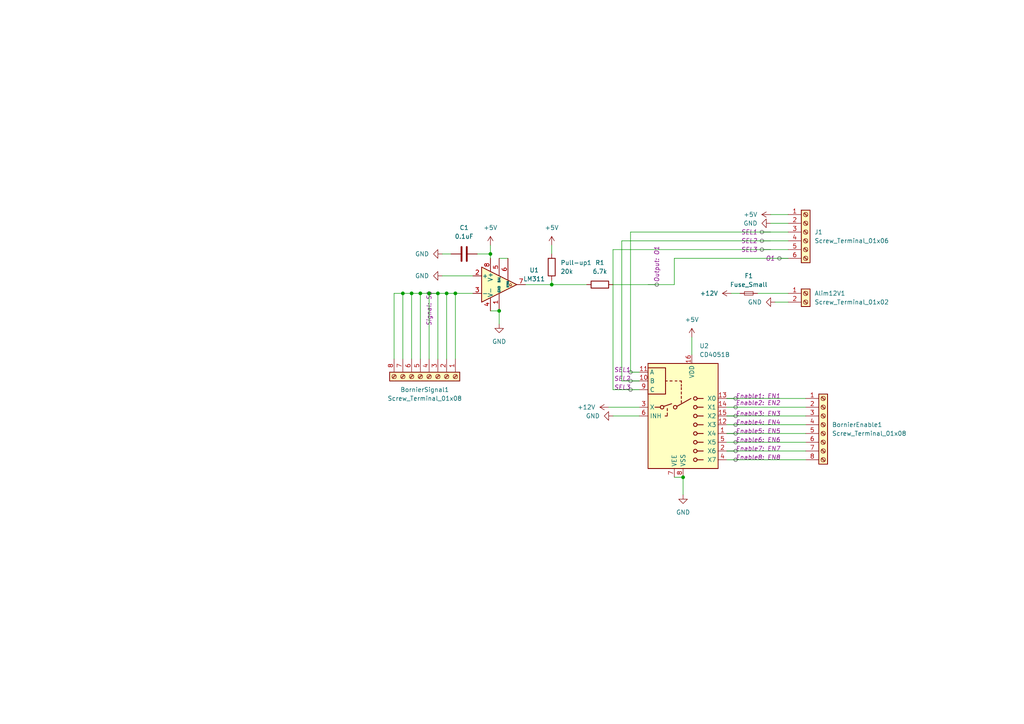
<source format=kicad_sch>
(kicad_sch (version 20230121) (generator eeschema)
  (paper "A4")
  (lib_symbols
    (symbol "Analog_Switch:CD4051B"
      (property "Reference" "U" (at -10.16 16.51 0))
      (property "Value" "CD4051B" (at 3.81 16.51 0))
      (symbol "CD4051B_0_1"
        (rectangle (start -10.16 6.35) (end -5.08 13.97) (stroke (width 0.254)))
        (rectangle (start -10.16 15.24) (end 10.16 -15.24) (stroke (width 0.254)) (fill (type background)))
        (circle (center -6.096 2.54) (radius 0.508) (stroke (width 0.254)))
        (circle (center -2.286 2.54) (radius 0.508) (stroke (width 0.254)))
        (polyline (pts (xy -8.128 2.54) (xy -6.604 2.54)) (stroke (width 0.254)))
        (polyline (pts (xy -5.588 2.794) (xy -3.302 3.556)) (stroke (width 0.254)))
        (polyline (pts (xy -4.572 0) (xy -5.207 0)) (stroke (width 0.254)))
        (polyline (pts (xy -4.572 0.254) (xy -4.572 0.889)) (stroke (width 0.254)))
        (polyline (pts (xy -4.572 1.524) (xy -4.572 2.159)) (stroke (width 0.254)))
        (polyline (pts (xy -4.572 10.16) (xy -5.08 10.16)) (stroke (width 0.254)))
        (polyline (pts (xy -3.81 10.16) (xy -3.175 10.16)) (stroke (width 0.254)))
        (polyline (pts (xy -1.778 2.794) (xy 2.286 5.08)) (stroke (width 0.254)))
        (polyline (pts (xy -1.778 10.16) (xy -2.286 10.16)) (stroke (width 0.254)))
        (polyline (pts (xy -0.508 3.81) (xy -0.508 4.445)) (stroke (width 0.254)))
        (polyline (pts (xy -0.508 5.08) (xy -0.508 5.715)) (stroke (width 0.254)))
        (polyline (pts (xy -0.508 6.35) (xy -0.508 6.985)) (stroke (width 0.254)))
        (polyline (pts (xy -0.508 7.62) (xy -0.508 8.255)) (stroke (width 0.254)))
        (polyline (pts (xy -0.508 8.636) (xy -0.508 9.144)) (stroke (width 0.254)))
        (polyline (pts (xy -0.508 9.652) (xy -0.508 10.16)) (stroke (width 0.254)))
        (polyline (pts (xy -0.508 10.16) (xy -1.016 10.16)) (stroke (width 0.254)))
        (polyline (pts (xy 4.064 -12.7) (xy 5.842 -12.7)) (stroke (width 0.254)))
        (polyline (pts (xy 4.064 -10.16) (xy 5.842 -10.16)) (stroke (width 0.254)))
        (polyline (pts (xy 4.064 -7.62) (xy 5.842 -7.62)) (stroke (width 0.254)))
        (polyline (pts (xy 4.064 -5.08) (xy 5.842 -5.08)) (stroke (width 0.254)))
        (polyline (pts (xy 4.064 -2.54) (xy 5.842 -2.54)) (stroke (width 0.254)))
        (polyline (pts (xy 4.064 0) (xy 5.842 0)) (stroke (width 0.254)))
        (polyline (pts (xy 4.064 2.54) (xy 5.842 2.54)) (stroke (width 0.254)))
        (polyline (pts (xy 4.064 5.08) (xy 5.842 5.08)) (stroke (width 0.254)))
        (circle (center 3.556 -12.7) (radius 0.508) (stroke (width 0.254)))
        (circle (center 3.556 -10.16) (radius 0.508) (stroke (width 0.254)))
        (circle (center 3.556 -7.62) (radius 0.508) (stroke (width 0.254)))
        (circle (center 3.556 -5.08) (radius 0.508) (stroke (width 0.254)))
        (circle (center 3.556 -2.54) (radius 0.508) (stroke (width 0.254)))
        (circle (center 3.556 0) (radius 0.508) (stroke (width 0.254)))
        (circle (center 3.556 2.54) (radius 0.508) (stroke (width 0.254)))
        (circle (center 3.556 5.08) (radius 0.508) (stroke (width 0.254)))
      )
      (symbol "CD4051B_1_1"
        (pin bidirectional line (at 12.7 -5.08 180) (length 2.54) (name "X4") (number "1"))
        (pin input line (at -12.7 10.16 0) (length 2.54) (name "B") (number "10"))
        (pin input line (at -12.7 12.7 0) (length 2.54) (name "A") (number "11"))
        (pin bidirectional line (at 12.7 -2.54 180) (length 2.54) (name "X3") (number "12"))
        (pin bidirectional line (at 12.7 5.08 180) (length 2.54) (name "X0") (number "13"))
        (pin bidirectional line (at 12.7 2.54 180) (length 2.54) (name "X1") (number "14"))
        (pin bidirectional line (at 12.7 0 180) (length 2.54) (name "X2") (number "15"))
        (pin power_in line (at 2.54 17.78 270) (length 2.54) (name "VDD") (number "16"))
        (pin bidirectional line (at 12.7 -10.16 180) (length 2.54) (name "X6") (number "2"))
        (pin bidirectional line (at -12.7 2.54 0) (length 2.54) (name "X") (number "3"))
        (pin bidirectional line (at 12.7 -12.7 180) (length 2.54) (name "X7") (number "4"))
        (pin bidirectional line (at 12.7 -7.62 180) (length 2.54) (name "X5") (number "5"))
        (pin input line (at -12.7 0 0) (length 2.54) (name "INH") (number "6"))
        (pin power_in line (at -2.54 -17.78 90) (length 2.54) (name "VEE") (number "7"))
        (pin power_in line (at 0 -17.78 90) (length 2.54) (name "VSS") (number "8"))
        (pin input line (at -12.7 7.62 0) (length 2.54) (name "C") (number "9"))
      )
    )
    (symbol "Comparator:LM311" (pin_names (offset 0.127))
      (property "Reference" "U" (at 3.81 6.35 0))
      (property "Value" "LM311" (at 3.81 3.81 0))
      (symbol "LM311_0_1"
        (polyline (pts (xy 5.08 0) (xy -5.08 5.08) (xy -5.08 -5.08) (xy 5.08 0)) (stroke (width 0.254)) (fill (type background)))
        (polyline (pts (xy 3.683 -0.381) (xy 3.302 -0.381) (xy 3.683 0) (xy 3.302 0.381) (xy 2.921 0) (xy 3.302 -0.381) (xy 2.921 -0.381)) (stroke (width 0.127)))
      )
      (symbol "LM311_1_1"
        (pin passive line (at 0 -7.62 90) (length 5.08) (name "GND") (number "1"))
        (pin input line (at -7.62 2.54 0) (length 2.54) (name "+") (number "2"))
        (pin input line (at -7.62 -2.54 0) (length 2.54) (name "-") (number "3"))
        (pin power_in line (at -2.54 -7.62 90) (length 3.81) (name "V-") (number "4"))
        (pin input line (at 0 7.62 270) (length 5.08) (name "BAL") (number "5"))
        (pin input line (at 2.54 7.62 270) (length 6.35) (name "STRB") (number "6"))
        (pin open_collector line (at 7.62 0 180) (length 2.54) (name "~") (number "7"))
        (pin power_in line (at -2.54 7.62 270) (length 3.81) (name "V+") (number "8"))
      )
    )
    (symbol "Connector:Screw_Terminal_01x02" (pin_names (offset 1.016) hide)
      (property "Reference" "J" (at 0 2.54 0))
      (property "Value" "Screw_Terminal_01x02" (at 0 -5.08 0))
      (symbol "Screw_Terminal_01x02_1_1"
        (rectangle (start -1.27 1.27) (end 1.27 -3.81) (stroke (width 0.254)) (fill (type background)))
        (circle (center 0 -2.54) (radius 0.635) (stroke (width 0.1524)))
        (polyline (pts (xy -0.5334 -2.2098) (xy 0.3302 -3.048)) (stroke (width 0.1524)))
        (polyline (pts (xy -0.5334 0.3302) (xy 0.3302 -0.508)) (stroke (width 0.1524)))
        (polyline (pts (xy -0.3556 -2.032) (xy 0.508 -2.8702)) (stroke (width 0.1524)))
        (polyline (pts (xy -0.3556 0.508) (xy 0.508 -0.3302)) (stroke (width 0.1524)))
        (circle (center 0 0) (radius 0.635) (stroke (width 0.1524)))
        (pin passive line (at -5.08 0 0) (length 3.81) (name "Pin_1") (number "1"))
        (pin passive line (at -5.08 -2.54 0) (length 3.81) (name "Pin_2") (number "2"))
      )
    )
    (symbol "Connector:Screw_Terminal_01x06" (pin_names (offset 1.016) hide)
      (property "Reference" "J" (at 0 7.62 0))
      (property "Value" "Screw_Terminal_01x06" (at 0 -10.16 0))
      (symbol "Screw_Terminal_01x06_1_1"
        (rectangle (start -1.27 6.35) (end 1.27 -8.89) (stroke (width 0.254)) (fill (type background)))
        (circle (center 0 -7.62) (radius 0.635) (stroke (width 0.1524)))
        (circle (center 0 -5.08) (radius 0.635) (stroke (width 0.1524)))
        (circle (center 0 -2.54) (radius 0.635) (stroke (width 0.1524)))
        (polyline (pts (xy -0.5334 -7.2898) (xy 0.3302 -8.128)) (stroke (width 0.1524)))
        (polyline (pts (xy -0.5334 -4.7498) (xy 0.3302 -5.588)) (stroke (width 0.1524)))
        (polyline (pts (xy -0.5334 -2.2098) (xy 0.3302 -3.048)) (stroke (width 0.1524)))
        (polyline (pts (xy -0.5334 0.3302) (xy 0.3302 -0.508)) (stroke (width 0.1524)))
        (polyline (pts (xy -0.5334 2.8702) (xy 0.3302 2.032)) (stroke (width 0.1524)))
        (polyline (pts (xy -0.5334 5.4102) (xy 0.3302 4.572)) (stroke (width 0.1524)))
        (polyline (pts (xy -0.3556 -7.112) (xy 0.508 -7.9502)) (stroke (width 0.1524)))
        (polyline (pts (xy -0.3556 -4.572) (xy 0.508 -5.4102)) (stroke (width 0.1524)))
        (polyline (pts (xy -0.3556 -2.032) (xy 0.508 -2.8702)) (stroke (width 0.1524)))
        (polyline (pts (xy -0.3556 0.508) (xy 0.508 -0.3302)) (stroke (width 0.1524)))
        (polyline (pts (xy -0.3556 3.048) (xy 0.508 2.2098)) (stroke (width 0.1524)))
        (polyline (pts (xy -0.3556 5.588) (xy 0.508 4.7498)) (stroke (width 0.1524)))
        (circle (center 0 0) (radius 0.635) (stroke (width 0.1524)))
        (circle (center 0 2.54) (radius 0.635) (stroke (width 0.1524)))
        (circle (center 0 5.08) (radius 0.635) (stroke (width 0.1524)))
        (pin passive line (at -5.08 5.08 0) (length 3.81) (name "Pin_1") (number "1"))
        (pin passive line (at -5.08 2.54 0) (length 3.81) (name "Pin_2") (number "2"))
        (pin passive line (at -5.08 0 0) (length 3.81) (name "Pin_3") (number "3"))
        (pin passive line (at -5.08 -2.54 0) (length 3.81) (name "Pin_4") (number "4"))
        (pin passive line (at -5.08 -5.08 0) (length 3.81) (name "Pin_5") (number "5"))
        (pin passive line (at -5.08 -7.62 0) (length 3.81) (name "Pin_6") (number "6"))
      )
    )
    (symbol "Connector:Screw_Terminal_01x08" (pin_names (offset 1.016) hide)
      (property "Reference" "J" (at 0 10.16 0))
      (property "Value" "Screw_Terminal_01x08" (at 0 -12.7 0))
      (symbol "Screw_Terminal_01x08_1_1"
        (rectangle (start -1.27 8.89) (end 1.27 -11.43) (stroke (width 0.254)) (fill (type background)))
        (circle (center 0 -10.16) (radius 0.635) (stroke (width 0.1524)))
        (circle (center 0 -7.62) (radius 0.635) (stroke (width 0.1524)))
        (circle (center 0 -5.08) (radius 0.635) (stroke (width 0.1524)))
        (circle (center 0 -2.54) (radius 0.635) (stroke (width 0.1524)))
        (polyline (pts (xy -0.5334 -9.8298) (xy 0.3302 -10.668)) (stroke (width 0.1524)))
        (polyline (pts (xy -0.5334 -7.2898) (xy 0.3302 -8.128)) (stroke (width 0.1524)))
        (polyline (pts (xy -0.5334 -4.7498) (xy 0.3302 -5.588)) (stroke (width 0.1524)))
        (polyline (pts (xy -0.5334 -2.2098) (xy 0.3302 -3.048)) (stroke (width 0.1524)))
        (polyline (pts (xy -0.5334 0.3302) (xy 0.3302 -0.508)) (stroke (width 0.1524)))
        (polyline (pts (xy -0.5334 2.8702) (xy 0.3302 2.032)) (stroke (width 0.1524)))
        (polyline (pts (xy -0.5334 5.4102) (xy 0.3302 4.572)) (stroke (width 0.1524)))
        (polyline (pts (xy -0.5334 7.9502) (xy 0.3302 7.112)) (stroke (width 0.1524)))
        (polyline (pts (xy -0.3556 -9.652) (xy 0.508 -10.4902)) (stroke (width 0.1524)))
        (polyline (pts (xy -0.3556 -7.112) (xy 0.508 -7.9502)) (stroke (width 0.1524)))
        (polyline (pts (xy -0.3556 -4.572) (xy 0.508 -5.4102)) (stroke (width 0.1524)))
        (polyline (pts (xy -0.3556 -2.032) (xy 0.508 -2.8702)) (stroke (width 0.1524)))
        (polyline (pts (xy -0.3556 0.508) (xy 0.508 -0.3302)) (stroke (width 0.1524)))
        (polyline (pts (xy -0.3556 3.048) (xy 0.508 2.2098)) (stroke (width 0.1524)))
        (polyline (pts (xy -0.3556 5.588) (xy 0.508 4.7498)) (stroke (width 0.1524)))
        (polyline (pts (xy -0.3556 8.128) (xy 0.508 7.2898)) (stroke (width 0.1524)))
        (circle (center 0 0) (radius 0.635) (stroke (width 0.1524)))
        (circle (center 0 2.54) (radius 0.635) (stroke (width 0.1524)))
        (circle (center 0 5.08) (radius 0.635) (stroke (width 0.1524)))
        (circle (center 0 7.62) (radius 0.635) (stroke (width 0.1524)))
        (pin passive line (at -5.08 7.62 0) (length 3.81) (name "Pin_1") (number "1"))
        (pin passive line (at -5.08 5.08 0) (length 3.81) (name "Pin_2") (number "2"))
        (pin passive line (at -5.08 2.54 0) (length 3.81) (name "Pin_3") (number "3"))
        (pin passive line (at -5.08 0 0) (length 3.81) (name "Pin_4") (number "4"))
        (pin passive line (at -5.08 -2.54 0) (length 3.81) (name "Pin_5") (number "5"))
        (pin passive line (at -5.08 -5.08 0) (length 3.81) (name "Pin_6") (number "6"))
        (pin passive line (at -5.08 -7.62 0) (length 3.81) (name "Pin_7") (number "7"))
        (pin passive line (at -5.08 -10.16 0) (length 3.81) (name "Pin_8") (number "8"))
      )
    )
    (symbol "Device:C" (pin_numbers hide) (pin_names (offset 0.254))
      (property "Reference" "C" (at 0.635 2.54 0))
      (property "Value" "C" (at 0.635 -2.54 0))
      (symbol "C_0_1"
        (polyline (pts (xy -2.032 -0.762) (xy 2.032 -0.762)) (stroke (width 0.508)))
        (polyline (pts (xy -2.032 0.762) (xy 2.032 0.762)) (stroke (width 0.508)))
      )
      (symbol "C_1_1"
        (pin passive line (at 0 3.81 270) (length 2.794) (name "~") (number "1"))
        (pin passive line (at 0 -3.81 90) (length 2.794) (name "~") (number "2"))
      )
    )
    (symbol "Device:Fuse_Small" (pin_numbers hide) (pin_names (offset 0.254) hide)
      (property "Reference" "F" (at 0 -1.524 0))
      (property "Value" "Fuse_Small" (at 0 1.524 0))
      (symbol "Fuse_Small_0_1"
        (rectangle (start -1.27 0.508) (end 1.27 -0.508))
        (polyline (pts (xy -1.27 0) (xy 1.27 0)))
      )
      (symbol "Fuse_Small_1_1"
        (pin passive line (at -2.54 0 0) (length 1.27) (name "~") (number "1"))
        (pin passive line (at 2.54 0 180) (length 1.27) (name "~") (number "2"))
      )
    )
    (symbol "Device:R" (pin_numbers hide) (pin_names (offset 0))
      (property "Reference" "R" (at 2.032 0 90))
      (property "Value" "R" (at 0 0 90))
      (symbol "R_0_1"
        (rectangle (start -1.016 -2.54) (end 1.016 2.54) (stroke (width 0.254)))
      )
      (symbol "R_1_1"
        (pin passive line (at 0 3.81 270) (length 1.27) (name "~") (number "1"))
        (pin passive line (at 0 -3.81 90) (length 1.27) (name "~") (number "2"))
      )
    )
    (symbol "power:+12V" (power) (pin_names (offset 0))
      (property "Value" "+12V" (at 0 3.556 0))
      (symbol "+12V_0_1"
        (polyline (pts (xy -0.762 1.27) (xy 0 2.54)))
        (polyline (pts (xy 0 0) (xy 0 2.54)))
        (polyline (pts (xy 0 2.54) (xy 0.762 1.27)))
      )
      (symbol "+12V_1_1"
        (pin power_in line (at 0 0 90) (length 0) hide (name "+12V") (number "1"))
      )
    )
    (symbol "power:+5V" (power) (pin_names (offset 0))
      (property "Value" "+5V" (at 0 3.556 0))
      (symbol "+5V_0_1"
        (polyline (pts (xy -0.762 1.27) (xy 0 2.54)))
        (polyline (pts (xy 0 0) (xy 0 2.54)))
        (polyline (pts (xy 0 2.54) (xy 0.762 1.27)))
      )
      (symbol "+5V_1_1"
        (pin power_in line (at 0 0 90) (length 0) hide (name "+5V") (number "1"))
      )
    )
    (symbol "power:GND" (power) (pin_names (offset 0))
      (property "Value" "GND" (at 0 -3.81 0))
      (symbol "GND_0_1"
        (polyline (pts (xy 0 0) (xy 0 -1.27) (xy 1.27 -1.27) (xy 0 -2.54) (xy -1.27 -1.27) (xy 0 -1.27)))
      )
      (symbol "GND_1_1"
        (pin power_in line (at 0 0 270) (length 0) hide (name "GND") (number "1"))
      )
    )
  )
  (junction (at 119.38 85.09))
  (junction (at 198.12 138.43))
  (junction (at 127 85.09))
  (junction (at 121.92 85.09))
  (junction (at 129.54 85.09))
  (junction (at 116.84 85.09))
  (junction (at 142.24 73.66))
  (junction (at 124.46 85.09))
  (junction (at 160.02 82.55))
  (junction (at 144.78 90.17))
  (junction (at 132.08 85.09))
  (wire (pts (xy 124.46 85.09) (xy 127 85.09)))
  (wire (pts (xy 212.09 85.09) (xy 214.63 85.09)))
  (wire (pts (xy 124.46 85.09) (xy 124.46 104.14)))
  (wire (pts (xy 182.88 67.31) (xy 182.88 107.95)))
  (wire (pts (xy 129.54 85.09) (xy 129.54 104.14)))
  (wire (pts (xy 177.8 82.55) (xy 195.58 82.55)))
  (wire (pts (xy 114.3 104.14) (xy 114.3 85.09)))
  (wire (pts (xy 160.02 81.28) (xy 160.02 82.55)))
  (wire (pts (xy 224.79 87.63) (xy 228.6 87.63)))
  (wire (pts (xy 142.24 73.66) (xy 142.24 74.93)))
  (wire (pts (xy 210.82 123.19) (xy 233.68 123.19)))
  (wire (pts (xy 144.78 90.17) (xy 144.78 93.98)))
  (wire (pts (xy 160.02 82.55) (xy 170.18 82.55)))
  (wire (pts (xy 138.43 73.66) (xy 142.24 73.66)))
  (wire (pts (xy 223.52 62.23) (xy 228.6 62.23)))
  (wire (pts (xy 210.82 115.57) (xy 233.68 115.57)))
  (wire (pts (xy 210.82 128.27) (xy 233.68 128.27)))
  (wire (pts (xy 200.66 97.79) (xy 200.66 102.87)))
  (wire (pts (xy 177.8 113.03) (xy 185.42 113.03)))
  (wire (pts (xy 142.24 71.12) (xy 142.24 73.66)))
  (wire (pts (xy 128.27 80.01) (xy 137.16 80.01)))
  (wire (pts (xy 114.3 85.09) (xy 116.84 85.09)))
  (wire (pts (xy 119.38 85.09) (xy 121.92 85.09)))
  (wire (pts (xy 132.08 85.09) (xy 137.16 85.09)))
  (wire (pts (xy 210.82 130.81) (xy 233.68 130.81)))
  (wire (pts (xy 223.52 64.77) (xy 228.6 64.77)))
  (wire (pts (xy 195.58 138.43) (xy 198.12 138.43)))
  (wire (pts (xy 152.4 82.55) (xy 160.02 82.55)))
  (wire (pts (xy 132.08 85.09) (xy 132.08 104.14)))
  (wire (pts (xy 182.88 107.95) (xy 185.42 107.95)))
  (wire (pts (xy 210.82 133.35) (xy 233.68 133.35)))
  (wire (pts (xy 198.12 138.43) (xy 198.12 143.51)))
  (wire (pts (xy 129.54 85.09) (xy 132.08 85.09)))
  (wire (pts (xy 228.6 74.93) (xy 195.58 74.93)))
  (wire (pts (xy 195.58 74.93) (xy 195.58 82.55)))
  (wire (pts (xy 210.82 120.65) (xy 233.68 120.65)))
  (wire (pts (xy 177.8 120.65) (xy 185.42 120.65)))
  (wire (pts (xy 160.02 71.12) (xy 160.02 73.66)))
  (wire (pts (xy 210.82 125.73) (xy 233.68 125.73)))
  (wire (pts (xy 180.34 69.85) (xy 180.34 110.49)))
  (wire (pts (xy 180.34 69.85) (xy 228.6 69.85)))
  (wire (pts (xy 116.84 85.09) (xy 116.84 104.14)))
  (wire (pts (xy 219.71 85.09) (xy 228.6 85.09)))
  (wire (pts (xy 121.92 85.09) (xy 121.92 104.14)))
  (wire (pts (xy 182.88 67.31) (xy 228.6 67.31)))
  (wire (pts (xy 128.27 73.66) (xy 130.81 73.66)))
  (wire (pts (xy 210.82 118.11) (xy 233.68 118.11)))
  (wire (pts (xy 127 85.09) (xy 127 104.14)))
  (wire (pts (xy 116.84 85.09) (xy 119.38 85.09)))
  (wire (pts (xy 177.8 72.39) (xy 177.8 113.03)))
  (wire (pts (xy 180.34 110.49) (xy 185.42 110.49)))
  (wire (pts (xy 177.8 72.39) (xy 228.6 72.39)))
  (wire (pts (xy 176.53 118.11) (xy 185.42 118.11)))
  (wire (pts (xy 119.38 85.09) (xy 119.38 104.14)))
  (wire (pts (xy 142.24 90.17) (xy 144.78 90.17)))
  (wire (pts (xy 127 85.09) (xy 129.54 85.09)))
  (wire (pts (xy 144.78 74.93) (xy 147.32 74.93)))
  (wire (pts (xy 121.92 85.09) (xy 124.46 85.09)))
  (netclass_flag "" (length 2.54) (shape round) (at 187.96 82.55 270) (property "Output" "O1" (at 190.5 81.8515 90) (show_name) (effects (font italic) (justify left))))
  (netclass_flag "" (length 2.54) (shape round) (at 210.82 115.57 270) (property "Enable1" "EN1" (at 213.36 114.8715 0) (show_name) (effects (font italic) (justify left))))
  (netclass_flag "" (length 2.54) (shape round) (at 223.52 67.31 90) (property "Netclass" "SEL1" (at 219.71 67.31 0) (effects (font italic) (justify right))))
  (netclass_flag "" (length 2.54) (shape round) (at 185.42 113.03 90) (property "Netclass" "SEL3" (at 182.88 112.3315 0) (effects (font italic) (justify right))))
  (netclass_flag "" (length 2.54) (shape round) (at 210.82 125.73 270) (property "Enable5" "EN5" (at 213.36 125.0315 0) (show_name) (effects (font italic) (justify left))))
  (netclass_flag "" (length 2.54) (shape round) (at 228.6 74.93 90) (property "Netclass" "O1" (at 224.79 74.93 0) (effects (font italic) (justify right))))
  (netclass_flag "" (length 2.54) (shape round) (at 185.42 107.95 90) (property "Netclass" "SEL1" (at 182.88 107.2515 0) (effects (font italic) (justify right))))
  (netclass_flag "" (length 2.54) (shape round) (at 210.82 133.35 270) (property "Enable8" "EN8" (at 213.36 132.6515 0) (show_name) (effects (font italic) (justify left))))
  (netclass_flag "" (length 2.54) (shape round) (at 210.82 130.81 270) (property "Enable7" "EN7" (at 213.36 130.1115 0) (show_name) (effects (font italic) (justify left))))
  (netclass_flag "" (length 2.54) (shape round) (at 185.42 110.49 90) (property "Netclass" "SEL2" (at 182.88 109.7915 0) (effects (font italic) (justify right))))
  (netclass_flag "" (length 2.54) (shape round) (at 210.82 123.19 270) (property "Enable4" "EN4" (at 213.36 122.4915 0) (show_name) (effects (font italic) (justify left))))
  (netclass_flag "" (length 2.54) (shape round) (at 223.52 69.85 90) (property "Netclass" "SEL2" (at 219.71 69.85 0) (effects (font italic) (justify right))))
  (netclass_flag "" (length 2.54) (shape round) (at 210.82 128.27 270) (property "Enable6" "EN6" (at 213.36 127.5715 0) (show_name) (effects (font italic) (justify left))))
  (netclass_flag "" (length 2.54) (shape round) (at 223.52 72.39 90) (property "Netclass" "SEL3" (at 219.71 72.39 0) (effects (font italic) (justify right))))
  (netclass_flag "" (length 2.54) (shape round) (at 210.82 118.11 270) (property "Enable2" "EN2" (at 213.36 116.84 0) (show_name) (effects (font italic) (justify left))))
  (netclass_flag "" (length 2.54) (shape round) (at 210.82 120.65 270) (property "Enable3" "EN3" (at 213.36 119.9515 0) (show_name) (effects (font italic) (justify left))))
  (netclass_flag "" (length 2.54) (shape round) (at 127 85.09 90) (property "Signal" "S1" (at 124.46 84.3915 90) (show_name) (effects (font italic) (justify right))))
  (symbol (lib_id "power:GND") (at 128.27 80.01 270) (unit 1)
    (property "Reference" "#PWR04" (effects hide))
    (property "Value" "GND" (at 124.46 80.01 90) (effects (justify right)))
  )
  (symbol (lib_id "Device:Fuse_Small") (at 217.17 85.09 0) (unit 1)
    (property "Reference" "F1" (at 217.17 80.01 0))
    (property "Value" "Fuse_Small" (at 217.17 82.55 0))
    (property "Footprint" "LM311P:Microfuse" (effects hide))
  )
  (symbol (lib_id "Comparator:LM311") (at 144.78 82.55 0) (unit 1)
    (property "Reference" "U1" (at 154.94 78.3591 0))
    (property "Value" "LM311" (at 154.94 80.8991 0))
    (property "Footprint" "LM311P:DIP794W45P254L959H508Q8" (effects hide))
    (property "Datasheet" "https://www.st.com/resource/en/datasheet/lm311.pdf" (effects hide))
  )
  (symbol (lib_id "Device:C") (at 134.62 73.66 270) (unit 1)
    (property "Reference" "C1" (at 134.62 66.04 90))
    (property "Value" "0.1uF" (at 134.62 68.58 90))
    (property "Footprint" "Capacitor_SMD:C_1206_3216Metric" (effects hide))
  )
  (symbol (lib_id "power:+5V") (at 223.52 62.23 90) (unit 1)
    (property "Reference" "#PWR011" (effects hide))
    (property "Value" "+5V" (at 219.71 62.23 90) (effects (justify left)))
  )
  (symbol (lib_id "power:GND") (at 177.8 120.65 270) (unit 1)
    (property "Reference" "#PWR06" (effects hide))
    (property "Value" "GND" (at 173.99 120.65 90) (effects (justify right)))
  )
  (symbol (lib_id "power:+12V") (at 176.53 118.11 90) (unit 1)
    (property "Reference" "#PWR07" (effects hide))
    (property "Value" "+12V" (at 172.72 118.11 90) (effects (justify left)))
  )
  (symbol (lib_id "Connector:Screw_Terminal_01x02") (at 233.68 85.09 0) (unit 1)
    (property "Reference" "Alim12V1" (at 236.22 85.09 0) (effects (justify left)))
    (property "Value" "Screw_Terminal_01x02" (at 236.22 87.63 0) (effects (justify left)))
    (property "Footprint" "Connector_PinSocket_2.54mm:PinSocket_1x02_P2.54mm_Vertical" (effects hide))
  )
  (symbol (lib_id "power:GND") (at 224.79 87.63 270) (unit 1)
    (property "Reference" "#PWR013" (effects hide))
    (property "Value" "GND" (at 220.98 87.63 90) (effects (justify right)))
  )
  (symbol (lib_id "Connector:Screw_Terminal_01x08") (at 238.76 123.19 0) (unit 1)
    (property "Reference" "BornierEnable1" (at 241.3 123.19 0) (effects (justify left)))
    (property "Value" "Screw_Terminal_01x08" (at 241.3 125.73 0) (effects (justify left)))
    (property "Footprint" "Connector_PinSocket_2.54mm:PinSocket_1x08_P2.54mm_Vertical" (effects hide))
  )
  (symbol (lib_id "Device:R") (at 173.99 82.55 90) (unit 1)
    (property "Reference" "R1" (at 173.99 76.2 90))
    (property "Value" "6.7k" (at 173.99 78.74 90))
    (property "Footprint" "Resistor_SMD:R_1206_3216Metric" (effects hide))
  )
  (symbol (lib_id "power:+5V") (at 200.66 97.79 0) (unit 1)
    (property "Reference" "#PWR05" (effects hide))
    (property "Value" "+5V" (at 200.66 92.71 0))
  )
  (symbol (lib_id "power:+5V") (at 142.24 71.12 0) (unit 1)
    (property "Reference" "#PWR01" (effects hide))
    (property "Value" "+5V" (at 142.24 66.04 0))
  )
  (symbol (lib_id "power:GND") (at 128.27 73.66 270) (unit 1)
    (property "Reference" "#PWR09" (effects hide))
    (property "Value" "GND" (at 124.46 73.66 90) (effects (justify right)))
  )
  (symbol (lib_id "Connector:Screw_Terminal_01x06") (at 233.68 67.31 0) (unit 1)
    (property "Reference" "J1" (at 236.22 67.31 0) (effects (justify left)))
    (property "Value" "Screw_Terminal_01x06" (at 236.22 69.85 0) (effects (justify left)))
    (property "Footprint" "Connector_PinSocket_2.54mm:PinSocket_1x06_P2.54mm_Vertical" (effects hide))
  )
  (symbol (lib_id "power:GND") (at 144.78 93.98 0) (unit 1)
    (property "Reference" "#PWR02" (effects hide))
    (property "Value" "GND" (at 144.78 99.06 0))
  )
  (symbol (lib_id "power:+12V") (at 212.09 85.09 90) (unit 1)
    (property "Reference" "#PWR012" (effects hide))
    (property "Value" "+12V" (at 208.28 85.09 90) (effects (justify left)))
  )
  (symbol (lib_id "power:+5V") (at 160.02 71.12 0) (unit 1)
    (property "Reference" "#PWR03" (effects hide))
    (property "Value" "+5V" (at 160.02 66.04 0))
  )
  (symbol (lib_id "Connector:Screw_Terminal_01x08") (at 124.46 109.22 270) (unit 1)
    (property "Reference" "BornierSignal1" (at 123.19 113.03 90))
    (property "Value" "Screw_Terminal_01x08" (at 123.19 115.57 90))
    (property "Footprint" "Connector_PinSocket_2.54mm:PinSocket_1x08_P2.54mm_Vertical" (effects hide))
  )
  (symbol (lib_id "power:GND") (at 198.12 143.51 0) (unit 1)
    (property "Reference" "#PWR08" (effects hide))
    (property "Value" "GND" (at 198.12 148.59 0))
  )
  (symbol (lib_id "power:GND") (at 223.52 64.77 270) (unit 1)
    (property "Reference" "#PWR010" (effects hide))
    (property "Value" "GND" (at 219.71 64.77 90) (effects (justify right)))
  )
  (symbol (lib_id "Analog_Switch:CD4051B") (at 198.12 120.65 0) (unit 1)
    (property "Reference" "U2" (at 202.8541 100.33 0) (effects (justify left)))
    (property "Value" "CD4051B" (at 202.8541 102.87 0) (effects (justify left)))
    (property "Footprint" "CD4051BE:DIP794W45P254L1969H508Q16" (effects hide))
    (property "Datasheet" "http://www.ti.com/lit/ds/symlink/cd4052b.pdf" (effects hide))
  )
  (symbol (lib_id "Device:R") (at 160.02 77.47 0) (unit 1)
    (property "Reference" "Pull-up1" (at 162.56 76.2 0) (effects (justify left)))
    (property "Value" "20k" (at 162.56 78.74 0) (effects (justify left)))
    (property "Footprint" "Resistor_SMD:R_1206_3216Metric" (effects hide))
  )
)
</source>
